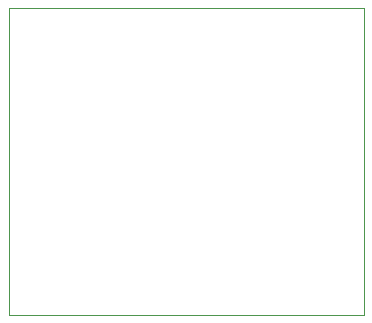
<source format=gbr>
%TF.GenerationSoftware,KiCad,Pcbnew,9.0.4*%
%TF.CreationDate,2025-12-02T16:43:16+05:30*%
%TF.ProjectId,Eg,45672e6b-6963-4616-945f-706362585858,rev?*%
%TF.SameCoordinates,Original*%
%TF.FileFunction,Profile,NP*%
%FSLAX46Y46*%
G04 Gerber Fmt 4.6, Leading zero omitted, Abs format (unit mm)*
G04 Created by KiCad (PCBNEW 9.0.4) date 2025-12-02 16:43:16*
%MOMM*%
%LPD*%
G01*
G04 APERTURE LIST*
%TA.AperFunction,Profile*%
%ADD10C,0.050000*%
%TD*%
G04 APERTURE END LIST*
D10*
X135750000Y-90500000D02*
X165750000Y-90500000D01*
X165750000Y-116500000D01*
X135750000Y-116500000D01*
X135750000Y-90500000D01*
M02*

</source>
